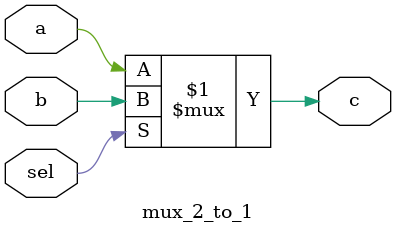
<source format=v>
`timescale 1ns / 1ps
module mux_2_to_1(
	// Inputs
	input a,
	input b,
	input sel,
	
	// Outputs
	output c
);

	assign c = sel ? b : a;

endmodule

</source>
